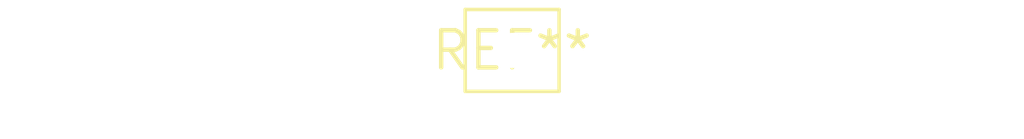
<source format=kicad_pcb>
(kicad_pcb (version 20240108) (generator pcbnew)
  (layers (0 "F.Cu" signal) (31 "B.Cu" signal) (34 "B.Paste" user) (35 "F.Paste" user) (36 "B.SilkS" user "B.Silkscreen") (37 "F.SilkS" user "F.Silkscreen") (38 "B.Mask" user) (39 "F.Mask" user) (44 "Edge.Cuts" user))
  (net 0 "")
  (footprint "Pin_D1.2mm_L11.3mm_W3.0mm_Flat" (layer "F.Cu") (at 0 0)
    (property "Reference" "REF**")
    (property "Value" "Pin_D1.2mm_L11.3mm_W3.0mm_Flat")
    (fp_line (start -1.6 -1.4) (end 1.6 -1.4) (layer "F.SilkS") (stroke (width 0.12)))
    (fp_line (start -1.6 1.4) (end -1.6 -1.4) (layer "F.SilkS") (stroke (width 0.12)))
    (fp_line (start 1.6 -1.4) (end 1.6 1.4) (layer "F.SilkS") (stroke (width 0.12)))
    (fp_line (start 1.6 1.4) (end -1.6 1.4) (layer "F.SilkS") (stroke (width 0.12)))
    (pad "1" thru_hole circle (at 0 0) (size 2.4 2.4) (drill 1.2) (layers *.Cu *.Mask) (remove_unused_layers))
  )
)
</source>
